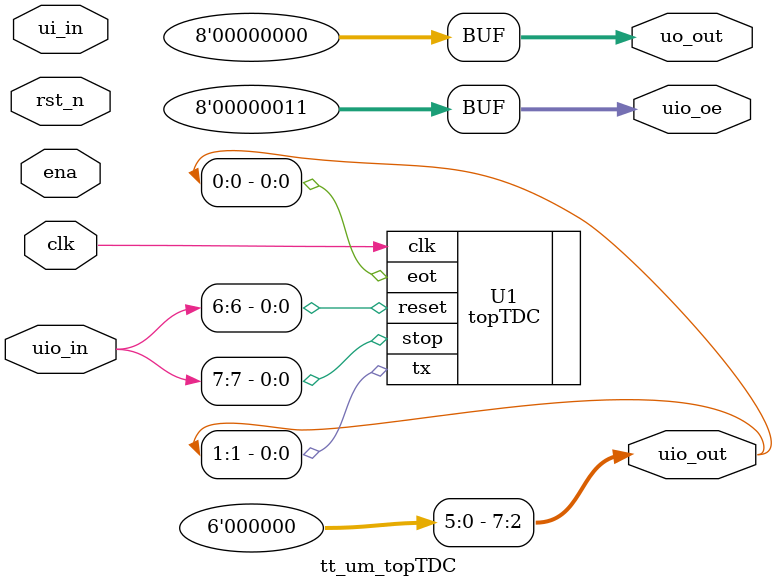
<source format=v>

    /*
 * Copyright (c) 2024 Your Name
 * SPDX-License-Identifier: Apache-2.0
 */

`define default_netname none

module tt_um_topTDC (
    input  wire [7:0] ui_in,    // Dedicated inputs
    output wire [7:0] uo_out,   // Dedicated outputs
    input  wire [7:0] uio_in,   // IOs: Input path
    output wire [7:0] uio_out,  // IOs: Output path
    output wire [7:0] uio_oe,   // IOs: Enable path (active high: 0=input, 1=output)
    input  wire       ena,      // will go high when the design is enabled
    input  wire       clk,      // clock
    input  wire       rst_n     // reset_n - low to reset
);

  // All output pins must be assigned. If not used, assign to 0.
  //assign uo_out  = ui_in + uio_in;  // Example: ou_out is the sum of ui_in and uio_in
  //assign uio_out = 0;
  //assign uio_oe  = 0;

    topTDC U1 (.clk(clk), .stop(uio_in[7]), .reset(uio_in[6]), .tx(uio_out[1]), .eot(uio_out[0]));
    assign uio_oe = 8'b00000011;
    assign uio_out[7:2] = 6'b000000;
    assign uo_out[7:0] = 8'b00000000;

endmodule

</source>
